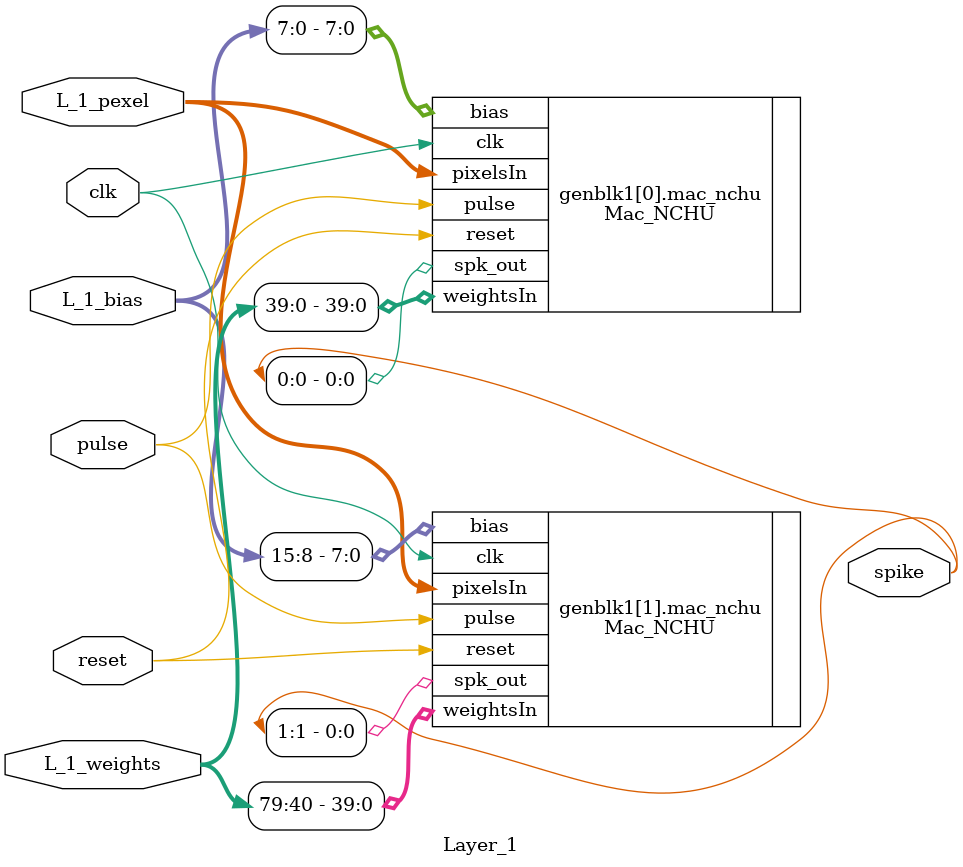
<source format=v>
`timescale 1ns / 1ps
module Layer_1(input clk, input pulse, input reset, input [4:0]L_1_pexel, input [79:0] L_1_weights, input [15:0] L_1_bias, output [1:0] spike);

genvar i;
generate
       for(i=0; i<=1 ;i=i+1)
       begin
        Mac_NCHU mac_nchu(.spk_out(spike[i]), .clk(clk), .pulse(pulse), .reset(reset), .pixelsIn(L_1_pexel[4:0]), .weightsIn(L_1_weights[(40*(i+1)-1):(40*i)]), .bias(L_1_bias[(8*(1+i)-1):(i*8)]));      
    end
endgenerate

endmodule

</source>
